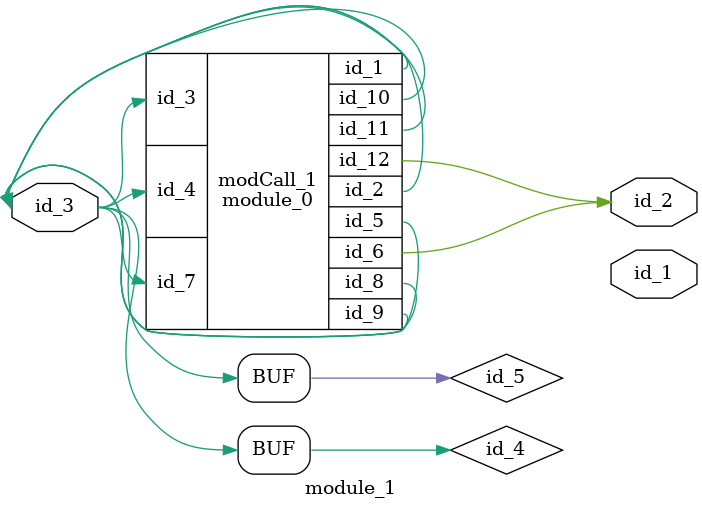
<source format=v>
module module_0 (
    id_1,
    id_2,
    id_3,
    id_4,
    id_5,
    id_6,
    id_7,
    id_8,
    id_9,
    id_10,
    id_11,
    id_12
);
  output wire id_12;
  inout wire id_11;
  inout wire id_10;
  inout wire id_9;
  inout wire id_8;
  input wire id_7;
  output wire id_6;
  inout wire id_5;
  input wire id_4;
  input wire id_3;
  inout wire id_2;
  inout wire id_1;
  wire id_13;
endmodule
module module_1 (
    id_1,
    id_2,
    id_3
);
  inout wire id_3;
  output wire id_2;
  output wire id_1;
  wire id_4;
  assign id_4 = id_3;
  wire id_5 = id_4;
  module_0 modCall_1 (
      id_4,
      id_4,
      id_5,
      id_4,
      id_4,
      id_2,
      id_3,
      id_5,
      id_4,
      id_5,
      id_3,
      id_2
  );
endmodule

</source>
